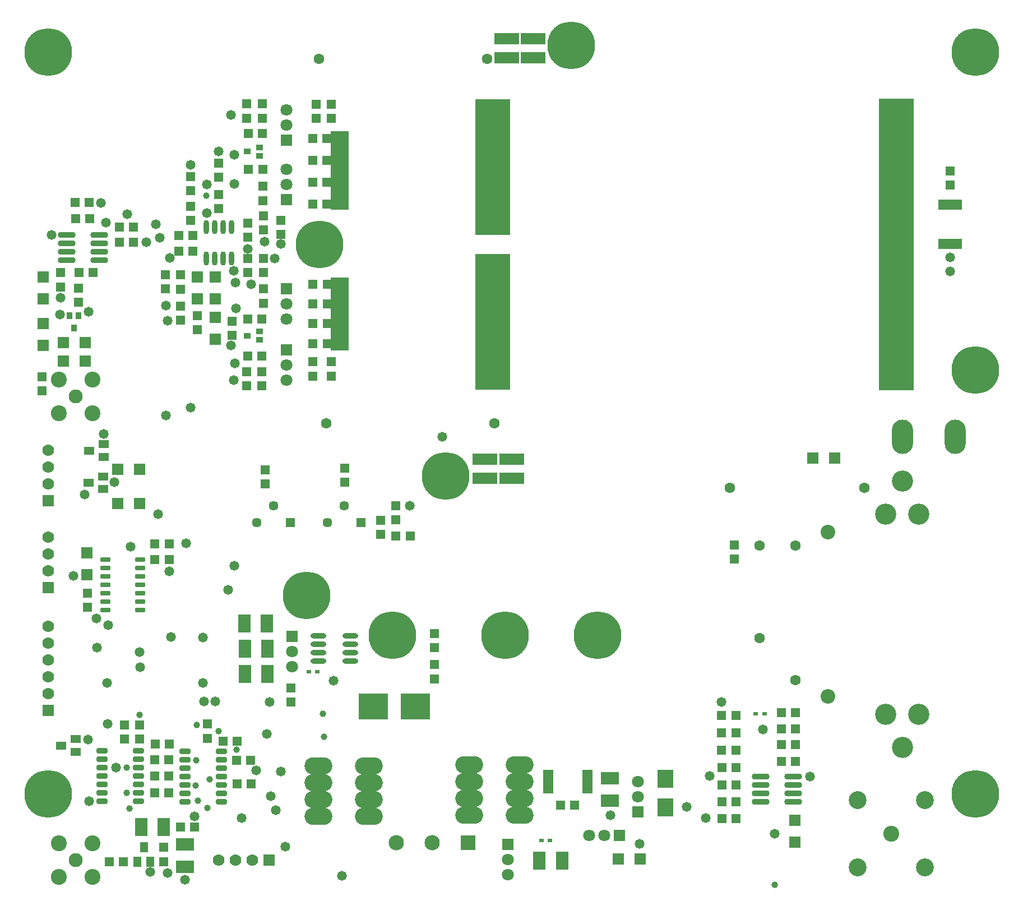
<source format=gts>
G04 Layer_Color=8388736*
%FSLAX44Y44*%
%MOMM*%
G71*
G01*
G75*
%ADD72R,5.2832X44.0182*%
%ADD73R,5.2832X20.5232*%
%ADD74R,1.4732X1.4732*%
%ADD75R,1.4732X1.4732*%
%ADD76R,1.7272X1.7272*%
%ADD77R,1.6032X1.2032*%
%ADD78R,1.7272X1.7272*%
%ADD79R,1.8288X2.7432*%
%ADD80R,1.2032X1.6032*%
%ADD81R,2.7432X1.8288*%
G04:AMPARAMS|DCode=82|XSize=0.8032mm|YSize=1.6532mm|CornerRadius=0.1526mm|HoleSize=0mm|Usage=FLASHONLY|Rotation=90.000|XOffset=0mm|YOffset=0mm|HoleType=Round|Shape=RoundedRectangle|*
%AMROUNDEDRECTD82*
21,1,0.8032,1.3480,0,0,90.0*
21,1,0.4980,1.6532,0,0,90.0*
1,1,0.3052,0.6740,0.2490*
1,1,0.3052,0.6740,-0.2490*
1,1,0.3052,-0.6740,-0.2490*
1,1,0.3052,-0.6740,0.2490*
%
%ADD82ROUNDEDRECTD82*%
%ADD83R,0.6832X0.6032*%
%ADD84O,2.7032X0.9032*%
%ADD85R,3.7532X1.7532*%
%ADD86R,4.4432X4.0132*%
%ADD87O,2.4032X0.8032*%
%ADD88R,1.5532X3.6032*%
%ADD89R,0.9032X1.1032*%
%ADD90O,0.8032X2.1032*%
%ADD91R,1.1032X0.9032*%
%ADD92R,3.6032X1.5532*%
G04:AMPARAMS|DCode=93|XSize=0.7532mm|YSize=1.4532mm|CornerRadius=0.1511mm|HoleSize=0mm|Usage=FLASHONLY|Rotation=90.000|XOffset=0mm|YOffset=0mm|HoleType=Round|Shape=RoundedRectangle|*
%AMROUNDEDRECTD93*
21,1,0.7532,1.1510,0,0,90.0*
21,1,0.4510,1.4532,0,0,90.0*
1,1,0.3022,0.5755,0.2255*
1,1,0.3022,0.5755,-0.2255*
1,1,0.3022,-0.5755,-0.2255*
1,1,0.3022,-0.5755,0.2255*
%
%ADD93ROUNDEDRECTD93*%
%ADD94R,2.4892X2.7432*%
%ADD95R,2.3032X2.3032*%
%ADD96C,2.3032*%
%ADD97C,1.8032*%
%ADD98R,1.8032X1.8032*%
%ADD99R,1.7780X1.7780*%
%ADD100C,1.7780*%
%ADD101R,1.7780X1.7780*%
%ADD102C,1.6002*%
%ADD103C,2.7026*%
%ADD104C,2.4032*%
%ADD105C,3.2032*%
%ADD106C,2.2032*%
%ADD107O,3.2032X5.2032*%
%ADD108C,7.2026*%
%ADD109C,2.1082*%
%ADD110O,4.2028X2.6032*%
%ADD111C,1.4478*%
%ADD112R,1.4478X1.4478*%
%ADD113R,1.8032X1.8032*%
%ADD114C,1.4732*%
%ADD115C,1.0032*%
G36*
X503053Y829685D02*
X503184Y829659D01*
X503310Y829616D01*
X503429Y829557D01*
X503540Y829483D01*
X503640Y829395D01*
X503728Y829295D01*
X503802Y829184D01*
X503861Y829065D01*
X503904Y828939D01*
X503929Y828808D01*
X503938Y828675D01*
Y720725D01*
X503929Y720592D01*
X503904Y720462D01*
X503861Y720335D01*
X503802Y720216D01*
X503728Y720105D01*
X503640Y720005D01*
X503540Y719917D01*
X503429Y719843D01*
X503310Y719784D01*
X503184Y719742D01*
X503053Y719715D01*
X502920Y719707D01*
X477520D01*
X477387Y719715D01*
X477257Y719742D01*
X477130Y719784D01*
X477011Y719843D01*
X476900Y719917D01*
X476800Y720005D01*
X476712Y720105D01*
X476638Y720216D01*
X476579Y720335D01*
X476536Y720462D01*
X476511Y720592D01*
X476502Y720725D01*
Y828675D01*
X476511Y828808D01*
X476536Y828939D01*
X476579Y829065D01*
X476638Y829184D01*
X476712Y829295D01*
X476800Y829395D01*
X476900Y829483D01*
X477011Y829557D01*
X477130Y829616D01*
X477257Y829659D01*
X477387Y829685D01*
X477520Y829693D01*
X502920D01*
X503053Y829685D01*
D02*
G37*
G36*
Y1051154D02*
X503184Y1051128D01*
X503310Y1051086D01*
X503429Y1051027D01*
X503540Y1050953D01*
X503640Y1050865D01*
X503728Y1050765D01*
X503802Y1050654D01*
X503861Y1050535D01*
X503904Y1050408D01*
X503929Y1050278D01*
X503938Y1050145D01*
Y933595D01*
X503929Y933462D01*
X503904Y933332D01*
X503861Y933205D01*
X503802Y933086D01*
X503728Y932975D01*
X503640Y932875D01*
X503540Y932787D01*
X503429Y932713D01*
X503310Y932654D01*
X503184Y932611D01*
X503053Y932586D01*
X502920Y932577D01*
X477520D01*
X477387Y932586D01*
X477257Y932611D01*
X477130Y932654D01*
X477011Y932713D01*
X476900Y932787D01*
X476800Y932875D01*
X476712Y932975D01*
X476638Y933086D01*
X476579Y933205D01*
X476536Y933332D01*
X476511Y933462D01*
X476502Y933595D01*
Y1050145D01*
X476511Y1050278D01*
X476536Y1050408D01*
X476579Y1050535D01*
X476638Y1050654D01*
X476712Y1050765D01*
X476800Y1050865D01*
X476900Y1050953D01*
X477011Y1051027D01*
X477130Y1051086D01*
X477257Y1051128D01*
X477387Y1051154D01*
X477520Y1051163D01*
X502920D01*
X503053Y1051154D01*
D02*
G37*
D72*
X1330960Y880110D02*
D03*
D73*
X721360Y996950D02*
D03*
Y763270D02*
D03*
D74*
X290500Y155500D02*
D03*
Y134164D02*
D03*
X450000Y702500D02*
D03*
Y681164D02*
D03*
X349384Y687500D02*
D03*
Y666164D02*
D03*
X164750Y154500D02*
D03*
Y133164D02*
D03*
X188000Y154500D02*
D03*
Y133164D02*
D03*
X1086500Y404500D02*
D03*
Y425836D02*
D03*
X224750Y-52000D02*
D03*
Y-30664D02*
D03*
X109000Y332000D02*
D03*
Y353336D02*
D03*
X1412000Y991000D02*
D03*
Y969664D02*
D03*
X250000Y812336D02*
D03*
Y833672D02*
D03*
X327522Y764000D02*
D03*
Y742664D02*
D03*
X454384Y1070000D02*
D03*
Y1091336D02*
D03*
X417000Y210294D02*
D03*
Y188958D02*
D03*
X633000Y245336D02*
D03*
Y224000D02*
D03*
Y292000D02*
D03*
Y270664D02*
D03*
X41000Y680000D02*
D03*
Y658664D02*
D03*
X69000Y815750D02*
D03*
Y837086D02*
D03*
X96000Y813750D02*
D03*
Y792414D02*
D03*
X552000Y463336D02*
D03*
Y442000D02*
D03*
X575117Y485000D02*
D03*
Y463664D02*
D03*
X498000Y541836D02*
D03*
Y520500D02*
D03*
X378000Y539336D02*
D03*
Y518000D02*
D03*
X477500Y702500D02*
D03*
Y681164D02*
D03*
X351000Y912000D02*
D03*
Y890664D02*
D03*
X307500Y955000D02*
D03*
Y933664D02*
D03*
X401000Y895000D02*
D03*
Y916336D02*
D03*
X477500Y1070000D02*
D03*
Y1091336D02*
D03*
X373380Y1070610D02*
D03*
Y1091946D02*
D03*
X350000D02*
D03*
Y1070610D02*
D03*
X372500Y666164D02*
D03*
Y687500D02*
D03*
X351750Y859000D02*
D03*
Y837664D02*
D03*
X375000Y791164D02*
D03*
Y812500D02*
D03*
X275000Y751015D02*
D03*
Y772352D02*
D03*
X250000Y765294D02*
D03*
Y786629D02*
D03*
X226884Y834336D02*
D03*
Y813000D02*
D03*
X265000Y916360D02*
D03*
Y937696D02*
D03*
Y982403D02*
D03*
Y961067D02*
D03*
X307500Y1002500D02*
D03*
Y981164D02*
D03*
X375000Y922750D02*
D03*
Y901414D02*
D03*
X374000Y946164D02*
D03*
Y967500D02*
D03*
X375000Y837500D02*
D03*
Y858836D02*
D03*
D75*
X335250Y130000D02*
D03*
X313914D02*
D03*
X232500Y428000D02*
D03*
X211164D02*
D03*
X232500Y404000D02*
D03*
X211164D02*
D03*
X271250Y-250D02*
D03*
X249914D02*
D03*
X334207Y101000D02*
D03*
X355542D02*
D03*
X335000Y65000D02*
D03*
X356336D02*
D03*
X211000Y102000D02*
D03*
X232336D02*
D03*
X211000Y52000D02*
D03*
X232336D02*
D03*
X232664Y125117D02*
D03*
X211328D02*
D03*
X232336Y77000D02*
D03*
X211000D02*
D03*
X1157164Y148500D02*
D03*
X1178500D02*
D03*
Y124500D02*
D03*
X1157164D02*
D03*
X1178500Y99500D02*
D03*
X1157164D02*
D03*
X1067500Y12500D02*
D03*
X1088836D02*
D03*
X1067500Y38500D02*
D03*
X1088836D02*
D03*
X1067500Y63500D02*
D03*
X1088836D02*
D03*
X1067500Y89500D02*
D03*
X1088836D02*
D03*
X1088500Y116000D02*
D03*
X1067164D02*
D03*
X1088500Y142250D02*
D03*
X1067164D02*
D03*
Y168500D02*
D03*
X1088500D02*
D03*
X142500Y-52000D02*
D03*
X163836D02*
D03*
X575243Y439757D02*
D03*
X596580D02*
D03*
X845000Y33000D02*
D03*
X823664D02*
D03*
X450000Y730000D02*
D03*
X471336D02*
D03*
X450000Y760000D02*
D03*
X471336D02*
D03*
X450000Y790000D02*
D03*
X471336D02*
D03*
X450000Y820000D02*
D03*
X471336D02*
D03*
X374000Y993140D02*
D03*
X352664D02*
D03*
X373836Y1047366D02*
D03*
X352500D02*
D03*
X449580Y941070D02*
D03*
X470916D02*
D03*
X449580Y974090D02*
D03*
X470916D02*
D03*
X449580Y1007110D02*
D03*
X470916D02*
D03*
X449580Y1040130D02*
D03*
X470916D02*
D03*
X372500Y711200D02*
D03*
X351164D02*
D03*
X372500Y767500D02*
D03*
X351164D02*
D03*
X268293Y870000D02*
D03*
X246957D02*
D03*
X268293Y893117D02*
D03*
X246957D02*
D03*
X157706Y906117D02*
D03*
X179042D02*
D03*
Y883000D02*
D03*
X157706D02*
D03*
X91164Y918380D02*
D03*
X112500D02*
D03*
X112000Y943000D02*
D03*
X90664D02*
D03*
X117750Y837250D02*
D03*
X96414D02*
D03*
X1178500Y172500D02*
D03*
X1157164D02*
D03*
D76*
X106000Y704000D02*
D03*
X72980D02*
D03*
X106000Y732000D02*
D03*
X72980D02*
D03*
X187750Y540500D02*
D03*
X154730D02*
D03*
X188000Y488500D02*
D03*
X154980D02*
D03*
X1204750Y557250D02*
D03*
X1237770D02*
D03*
X944000Y-48000D02*
D03*
X910980D02*
D03*
D77*
X91750Y113750D02*
D03*
X69750Y123250D02*
D03*
X91750Y132750D02*
D03*
X133500Y559000D02*
D03*
X111500Y568500D02*
D03*
X133500Y578000D02*
D03*
X132750Y510250D02*
D03*
X110750Y519750D02*
D03*
X132750Y529250D02*
D03*
D78*
X1177500Y-23020D02*
D03*
Y10000D02*
D03*
X42500Y830520D02*
D03*
Y797500D02*
D03*
Y760000D02*
D03*
Y726980D02*
D03*
X302500Y797500D02*
D03*
Y830520D02*
D03*
X275574D02*
D03*
Y797500D02*
D03*
X302500Y736980D02*
D03*
Y770000D02*
D03*
X108000Y381000D02*
D03*
Y414020D02*
D03*
D79*
X190250Y-250D02*
D03*
X224540D02*
D03*
X347000Y269000D02*
D03*
X381290D02*
D03*
X347000Y231000D02*
D03*
X381290D02*
D03*
X380290Y307000D02*
D03*
X346000D02*
D03*
X826000Y-51000D02*
D03*
X791710D02*
D03*
D80*
X185000Y-52000D02*
D03*
X194500Y-30000D02*
D03*
X204000Y-52000D02*
D03*
D81*
X257000Y-26000D02*
D03*
Y-60290D02*
D03*
X898000Y39710D02*
D03*
Y74000D02*
D03*
D82*
X256750Y114100D02*
D03*
Y101400D02*
D03*
Y88700D02*
D03*
Y76000D02*
D03*
Y63300D02*
D03*
Y50600D02*
D03*
Y37900D02*
D03*
X311250Y114100D02*
D03*
Y101400D02*
D03*
Y88700D02*
D03*
Y76000D02*
D03*
Y63300D02*
D03*
Y50600D02*
D03*
Y37900D02*
D03*
X131544Y115100D02*
D03*
Y102400D02*
D03*
Y89700D02*
D03*
Y77000D02*
D03*
Y64300D02*
D03*
Y51600D02*
D03*
Y38900D02*
D03*
X186043Y115100D02*
D03*
Y102400D02*
D03*
Y89700D02*
D03*
Y77000D02*
D03*
Y64300D02*
D03*
Y51600D02*
D03*
Y38900D02*
D03*
D83*
X443400Y234207D02*
D03*
X456600D02*
D03*
X1132100Y171500D02*
D03*
X1118900D02*
D03*
X794800Y-20000D02*
D03*
X808000D02*
D03*
D84*
X1175000Y38450D02*
D03*
Y51150D02*
D03*
Y63850D02*
D03*
Y76550D02*
D03*
X1126000Y38450D02*
D03*
Y51150D02*
D03*
Y63850D02*
D03*
Y76550D02*
D03*
X78000Y894050D02*
D03*
Y881350D02*
D03*
Y868650D02*
D03*
Y855950D02*
D03*
X127000Y894050D02*
D03*
Y881350D02*
D03*
Y868650D02*
D03*
Y855950D02*
D03*
D85*
X749830Y526500D02*
D03*
Y555500D02*
D03*
X709750Y526500D02*
D03*
Y555500D02*
D03*
X782700Y1190500D02*
D03*
Y1161500D02*
D03*
X742620Y1190500D02*
D03*
Y1161500D02*
D03*
D86*
X604850Y182000D02*
D03*
X541150D02*
D03*
D87*
X506000Y250950D02*
D03*
Y263650D02*
D03*
Y276350D02*
D03*
Y289050D02*
D03*
X458000Y250950D02*
D03*
Y263650D02*
D03*
Y276350D02*
D03*
Y289050D02*
D03*
D88*
X805250Y69000D02*
D03*
X864750D02*
D03*
D89*
X95500Y772250D02*
D03*
X82500D02*
D03*
X89000Y753250D02*
D03*
D90*
X288450Y859000D02*
D03*
X301150D02*
D03*
X313850D02*
D03*
X326550D02*
D03*
X288450Y906000D02*
D03*
X301150D02*
D03*
X313850D02*
D03*
X326550D02*
D03*
D91*
X369500Y735529D02*
D03*
Y748530D02*
D03*
X350500Y742030D02*
D03*
X369500Y1013500D02*
D03*
Y1026500D02*
D03*
X350500Y1020000D02*
D03*
D92*
X1412500Y939750D02*
D03*
Y880250D02*
D03*
D93*
X189250Y327900D02*
D03*
Y340600D02*
D03*
Y353300D02*
D03*
Y366000D02*
D03*
Y378700D02*
D03*
Y391400D02*
D03*
Y404100D02*
D03*
X136750Y327900D02*
D03*
Y340600D02*
D03*
Y353300D02*
D03*
Y366000D02*
D03*
Y378700D02*
D03*
Y391400D02*
D03*
Y404100D02*
D03*
D94*
X982550Y29820D02*
D03*
Y73000D02*
D03*
D95*
X684400Y-23700D02*
D03*
D96*
X630000D02*
D03*
X575600D02*
D03*
D97*
X410000Y674600D02*
D03*
Y697500D02*
D03*
X418000Y242100D02*
D03*
Y265000D02*
D03*
X941000Y68900D02*
D03*
Y46000D02*
D03*
X744000Y-71900D02*
D03*
Y-49000D02*
D03*
X410000Y1082900D02*
D03*
Y1060000D02*
D03*
Y767100D02*
D03*
Y790000D02*
D03*
Y992900D02*
D03*
Y970000D02*
D03*
X867100Y-12600D02*
D03*
X890000D02*
D03*
D98*
X410000Y720400D02*
D03*
X418000Y287900D02*
D03*
X941000Y23100D02*
D03*
X744000Y-26100D02*
D03*
X410000Y1037100D02*
D03*
Y812900D02*
D03*
Y947100D02*
D03*
D99*
X383750Y-50000D02*
D03*
D100*
X358350D02*
D03*
X332950D02*
D03*
X307550D02*
D03*
X50000Y386600D02*
D03*
Y412000D02*
D03*
Y437400D02*
D03*
Y518000D02*
D03*
Y543400D02*
D03*
Y568800D02*
D03*
Y201400D02*
D03*
Y226800D02*
D03*
Y252200D02*
D03*
Y277600D02*
D03*
Y303000D02*
D03*
D101*
Y361200D02*
D03*
Y492600D02*
D03*
Y176000D02*
D03*
D102*
X1179000Y222250D02*
D03*
Y425450D02*
D03*
X1282500Y512500D02*
D03*
X1079300D02*
D03*
X1124750Y425250D02*
D03*
Y285550D02*
D03*
X459000Y1160000D02*
D03*
X713000D02*
D03*
X470000Y610000D02*
D03*
X724000D02*
D03*
D103*
X1373800Y-60800D02*
D03*
X1272200D02*
D03*
Y40800D02*
D03*
X1373800D02*
D03*
D104*
X1323000Y-10000D02*
D03*
X65870Y624708D02*
D03*
Y675508D02*
D03*
X116671D02*
D03*
Y624708D02*
D03*
X116670Y-75400D02*
D03*
X65870D02*
D03*
Y-24600D02*
D03*
X116670D02*
D03*
D105*
X1340000Y120000D02*
D03*
X1365000Y170000D02*
D03*
X1315000D02*
D03*
X1340000Y522500D02*
D03*
X1365000Y472500D02*
D03*
X1315000D02*
D03*
D106*
X1227500Y197500D02*
D03*
Y445000D02*
D03*
D107*
X1420000Y589000D02*
D03*
X1340000D02*
D03*
D108*
X1450000Y50000D02*
D03*
X880000Y290000D02*
D03*
X50000Y1170000D02*
D03*
X840000Y1180000D02*
D03*
X1450000Y1170000D02*
D03*
X570000Y290000D02*
D03*
X440000Y350000D02*
D03*
X650000Y530000D02*
D03*
X460000Y880000D02*
D03*
X50000Y50000D02*
D03*
X740000Y290000D02*
D03*
X1450000Y690000D02*
D03*
D109*
X91271Y650108D02*
D03*
X91270Y-50000D02*
D03*
D110*
X686000Y93800D02*
D03*
Y68400D02*
D03*
Y43000D02*
D03*
Y17600D02*
D03*
X762200D02*
D03*
Y43000D02*
D03*
Y68400D02*
D03*
Y93800D02*
D03*
X534200Y92400D02*
D03*
Y67000D02*
D03*
Y41600D02*
D03*
Y16200D02*
D03*
X458000D02*
D03*
Y41600D02*
D03*
Y67000D02*
D03*
Y92400D02*
D03*
D111*
X471920Y459680D02*
D03*
X497320Y485080D02*
D03*
X365100Y459780D02*
D03*
X390500Y485180D02*
D03*
D112*
X522720Y459680D02*
D03*
X415900Y459780D02*
D03*
D113*
X912900Y-12600D02*
D03*
D114*
X68000Y774000D02*
D03*
X356500Y819250D02*
D03*
X149750Y521000D02*
D03*
X138750Y217250D02*
D03*
X139750Y155500D02*
D03*
X283250Y217250D02*
D03*
X256750Y-79500D02*
D03*
X122750Y315000D02*
D03*
X169750Y925500D02*
D03*
X331500Y970790D02*
D03*
X364250Y86000D02*
D03*
X401000Y83750D02*
D03*
X494000Y-73250D02*
D03*
X1014000Y30250D02*
D03*
X283710Y286210D02*
D03*
X265000Y633000D02*
D03*
X227750Y621250D02*
D03*
X68750Y799500D02*
D03*
X232500Y386500D02*
D03*
X332000Y700000D02*
D03*
X233750Y859750D02*
D03*
X326000Y727000D02*
D03*
X198000Y883000D02*
D03*
X218608Y890000D02*
D03*
X230000Y765000D02*
D03*
X265000Y1000000D02*
D03*
X332500Y822500D02*
D03*
X307500Y1020000D02*
D03*
X330000Y840000D02*
D03*
X290000Y927500D02*
D03*
X330000Y675000D02*
D03*
X227500Y787500D02*
D03*
X596000Y485000D02*
D03*
X111000Y778000D02*
D03*
X212500Y910000D02*
D03*
X130000Y942000D02*
D03*
X334000Y783000D02*
D03*
X124000Y271250D02*
D03*
X376750Y884000D02*
D03*
X55250Y894000D02*
D03*
X133750Y594000D02*
D03*
X105000Y502500D02*
D03*
X88250Y379500D02*
D03*
X235750Y287250D02*
D03*
X140500Y304500D02*
D03*
X110000Y132500D02*
D03*
X152250Y89750D02*
D03*
X112000Y39000D02*
D03*
X331500Y394250D02*
D03*
X322000Y358250D02*
D03*
X645250Y589000D02*
D03*
X481250Y220750D02*
D03*
X384750Y189250D02*
D03*
X380500Y140750D02*
D03*
X386500Y47000D02*
D03*
X393500Y25250D02*
D03*
X342250Y13250D02*
D03*
X408250Y-29250D02*
D03*
X899000Y18250D02*
D03*
X1043250Y13500D02*
D03*
X1049250Y76750D02*
D03*
X1147500Y-10000D02*
D03*
X1200450Y76550D02*
D03*
X1129750Y147500D02*
D03*
X1067250Y189250D02*
D03*
X1412500Y860000D02*
D03*
X1412250Y838750D02*
D03*
X174750Y423250D02*
D03*
X258500Y428250D02*
D03*
X216250Y472750D02*
D03*
X401000Y880500D02*
D03*
X331000Y1015000D02*
D03*
X270750Y15750D02*
D03*
X943000Y-25000D02*
D03*
X188500Y241000D02*
D03*
X188000Y264250D02*
D03*
X285250Y190000D02*
D03*
X302250Y189500D02*
D03*
X204000Y-68000D02*
D03*
X230000Y-69500D02*
D03*
X289250Y970000D02*
D03*
X351500Y872750D02*
D03*
X392000Y858750D02*
D03*
X137500Y912500D02*
D03*
X325750Y1075000D02*
D03*
D115*
X188000Y169000D02*
D03*
X288500Y953000D02*
D03*
X334750Y117000D02*
D03*
X274000Y153750D02*
D03*
X465000Y171000D02*
D03*
X1147500Y-87500D02*
D03*
X307500Y145000D02*
D03*
X466750Y136000D02*
D03*
X294000Y72000D02*
D03*
X273000Y63000D02*
D03*
X168750Y89750D02*
D03*
X276000Y40000D02*
D03*
X290750Y28500D02*
D03*
X168750Y51750D02*
D03*
X273250Y100500D02*
D03*
X173000Y28000D02*
D03*
M02*

</source>
